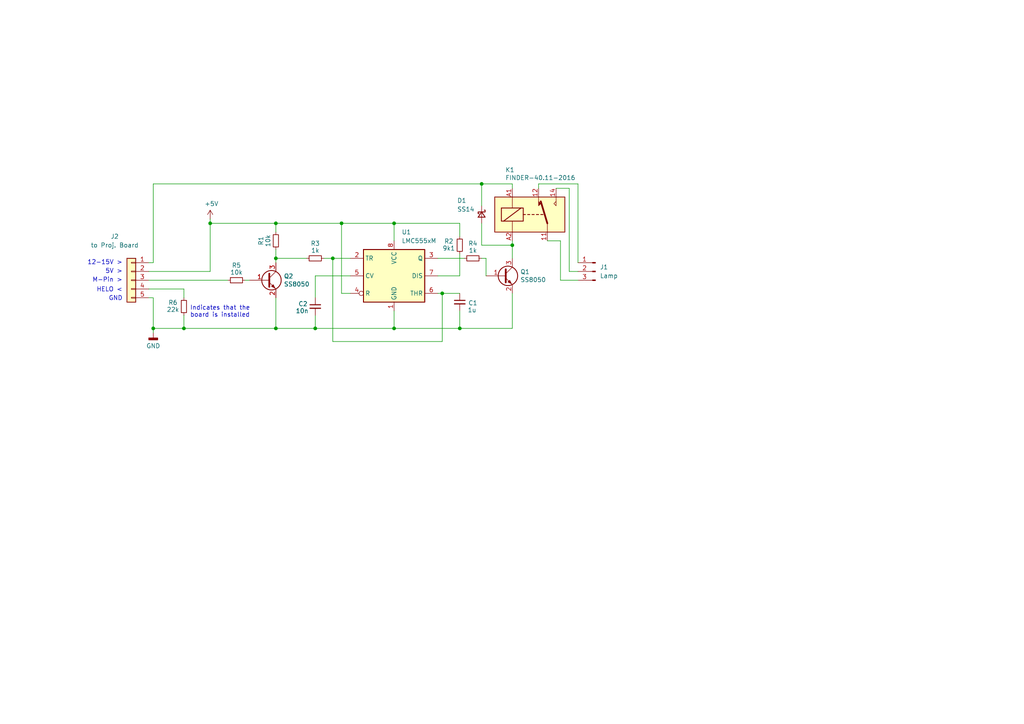
<source format=kicad_sch>
(kicad_sch (version 20231120) (generator "eeschema") (generator_version "8.0")
  (paper "A4")
  (lib_symbols
    (symbol "Connector:Conn_01x03_Pin" (pin_names (offset 1.016) hide)
      (property "Reference" "J" (at 0 5.08 0))
      (property "Value" "Conn_01x03_Pin" (at 0 -5.08 0))
      (symbol "Conn_01x03_Pin_1_1"
        (polyline (pts (xy 1.27 -2.54) (xy 0.8636 -2.54)) (stroke (width 0.1524)))
        (polyline (pts (xy 1.27 0) (xy 0.8636 0)) (stroke (width 0.1524)))
        (polyline (pts (xy 1.27 2.54) (xy 0.8636 2.54)) (stroke (width 0.1524)))
        (rectangle (start 0.8636 -2.413) (end 0 -2.667) (stroke (width 0.1524)) (fill (type outline)))
        (rectangle (start 0.8636 0.127) (end 0 -0.127) (stroke (width 0.1524)) (fill (type outline)))
        (rectangle (start 0.8636 2.667) (end 0 2.413) (stroke (width 0.1524)) (fill (type outline)))
        (pin passive line (at 5.08 2.54 180) (length 3.81) (name "Pin_1") (number "1"))
        (pin passive line (at 5.08 0 180) (length 3.81) (name "Pin_2") (number "2"))
        (pin passive line (at 5.08 -2.54 180) (length 3.81) (name "Pin_3") (number "3"))
      )
    )
    (symbol "Connector_Generic:Conn_01x05" (pin_names (offset 1.016) hide)
      (property "Reference" "J" (at 0 7.62 0))
      (property "Value" "Conn_01x05" (at 0 -7.62 0))
      (symbol "Conn_01x05_1_1"
        (rectangle (start -1.27 -4.953) (end 0 -5.207) (stroke (width 0.1524)))
        (rectangle (start -1.27 -2.413) (end 0 -2.667) (stroke (width 0.1524)))
        (rectangle (start -1.27 0.127) (end 0 -0.127) (stroke (width 0.1524)))
        (rectangle (start -1.27 2.667) (end 0 2.413) (stroke (width 0.1524)))
        (rectangle (start -1.27 5.207) (end 0 4.953) (stroke (width 0.1524)))
        (rectangle (start -1.27 6.35) (end 1.27 -6.35) (stroke (width 0.254)) (fill (type background)))
        (pin passive line (at -5.08 5.08 0) (length 3.81) (name "Pin_1") (number "1"))
        (pin passive line (at -5.08 2.54 0) (length 3.81) (name "Pin_2") (number "2"))
        (pin passive line (at -5.08 0 0) (length 3.81) (name "Pin_3") (number "3"))
        (pin passive line (at -5.08 -2.54 0) (length 3.81) (name "Pin_4") (number "4"))
        (pin passive line (at -5.08 -5.08 0) (length 3.81) (name "Pin_5") (number "5"))
      )
    )
    (symbol "Device:C_Small" (pin_numbers hide) (pin_names (offset 0.254) hide)
      (property "Reference" "C" (at 0.254 1.778 0))
      (property "Value" "C_Small" (at 0.254 -2.032 0))
      (symbol "C_Small_0_1"
        (polyline (pts (xy -1.524 -0.508) (xy 1.524 -0.508)) (stroke (width 0.3302)))
        (polyline (pts (xy -1.524 0.508) (xy 1.524 0.508)) (stroke (width 0.3048)))
      )
      (symbol "C_Small_1_1"
        (pin passive line (at 0 2.54 270) (length 2.032) (name "~") (number "1"))
        (pin passive line (at 0 -2.54 90) (length 2.032) (name "~") (number "2"))
      )
    )
    (symbol "Device:D_Schottky_Small" (pin_numbers hide) (pin_names (offset 0.254) hide)
      (property "Reference" "D" (at -1.27 2.032 0))
      (property "Value" "D_Schottky_Small" (at -7.112 -2.032 0))
      (symbol "D_Schottky_Small_0_1"
        (polyline (pts (xy -0.762 0) (xy 0.762 0)))
        (polyline (pts (xy 0.762 -1.016) (xy -0.762 0) (xy 0.762 1.016) (xy 0.762 -1.016)) (stroke (width 0.254)))
        (polyline (pts (xy -1.27 0.762) (xy -1.27 1.016) (xy -0.762 1.016) (xy -0.762 -1.016) (xy -0.254 -1.016) (xy -0.254 -0.762)) (stroke (width 0.254)))
      )
      (symbol "D_Schottky_Small_1_1"
        (pin passive line (at -2.54 0 0) (length 1.778) (name "K") (number "1"))
        (pin passive line (at 2.54 0 180) (length 1.778) (name "A") (number "2"))
      )
    )
    (symbol "Device:R_Small" (pin_numbers hide) (pin_names (offset 0.254) hide)
      (property "Reference" "R" (at 0.762 0.508 0))
      (property "Value" "R_Small" (at 0.762 -1.016 0))
      (symbol "R_Small_0_1"
        (rectangle (start -0.762 1.778) (end 0.762 -1.778) (stroke (width 0.2032)))
      )
      (symbol "R_Small_1_1"
        (pin passive line (at 0 2.54 270) (length 0.762) (name "~") (number "1"))
        (pin passive line (at 0 -2.54 90) (length 0.762) (name "~") (number "2"))
      )
    )
    (symbol "Relay:FINDER-40.11-2016"
      (property "Reference" "K" (at 11.43 3.81 0))
      (property "Value" "FINDER-40.11-2016" (at 11.43 1.27 0))
      (symbol "FINDER-40.11-2016_0_0"
        (polyline (pts (xy 7.62 5.08) (xy 7.62 2.54) (xy 6.985 3.175) (xy 7.62 3.81)))
      )
      (symbol "FINDER-40.11-2016_0_1"
        (rectangle (start -10.16 5.08) (end 10.16 -5.08) (stroke (width 0.254)) (fill (type background)))
        (rectangle (start -8.255 1.905) (end -1.905 -1.905) (stroke (width 0.254)))
        (polyline (pts (xy -7.62 -1.905) (xy -2.54 1.905)) (stroke (width 0.254)))
        (polyline (pts (xy -5.08 -5.08) (xy -5.08 -1.905)))
        (polyline (pts (xy -5.08 5.08) (xy -5.08 1.905)))
        (polyline (pts (xy -1.905 0) (xy -1.27 0)) (stroke (width 0.254)))
        (polyline (pts (xy -0.635 0) (xy 0 0)) (stroke (width 0.254)))
        (polyline (pts (xy 0.635 0) (xy 1.27 0)) (stroke (width 0.254)))
        (polyline (pts (xy 1.905 0) (xy 2.54 0)) (stroke (width 0.254)))
        (polyline (pts (xy 3.175 0) (xy 3.81 0)) (stroke (width 0.254)))
        (polyline (pts (xy 5.08 -2.54) (xy 3.175 3.81)) (stroke (width 0.508)))
        (polyline (pts (xy 5.08 -2.54) (xy 5.08 -5.08)))
        (polyline (pts (xy 2.54 5.08) (xy 2.54 2.54) (xy 3.175 3.175) (xy 2.54 3.81)) (fill (type outline)))
      )
      (symbol "FINDER-40.11-2016_1_1"
        (pin passive line (at 5.08 -7.62 90) (length 2.54) (name "~") (number "11"))
        (pin passive line (at 2.54 7.62 270) (length 2.54) (name "~") (number "12"))
        (pin passive line (at 7.62 7.62 270) (length 2.54) (name "~") (number "14"))
        (pin passive line (at -5.08 7.62 270) (length 2.54) (name "~") (number "A1"))
        (pin passive line (at -5.08 -7.62 90) (length 2.54) (name "~") (number "A2"))
      )
    )
    (symbol "Timer:LMC555xM"
      (property "Reference" "U" (at -10.16 8.89 0))
      (property "Value" "LMC555xM" (at 2.54 8.89 0))
      (symbol "LMC555xM_0_0"
        (pin power_in line (at 0 -10.16 90) (length 2.54) (name "GND") (number "1"))
        (pin power_in line (at 0 10.16 270) (length 2.54) (name "VCC") (number "8"))
      )
      (symbol "LMC555xM_0_1"
        (rectangle (start -8.89 -7.62) (end 8.89 7.62) (stroke (width 0.254)) (fill (type background)))
        (rectangle (start -8.89 -7.62) (end 8.89 7.62) (stroke (width 0.254)) (fill (type background)))
      )
      (symbol "LMC555xM_1_1"
        (pin input line (at -12.7 5.08 0) (length 3.81) (name "TR") (number "2"))
        (pin output line (at 12.7 5.08 180) (length 3.81) (name "Q") (number "3"))
        (pin input inverted (at -12.7 -5.08 0) (length 3.81) (name "R") (number "4"))
        (pin input line (at -12.7 0 0) (length 3.81) (name "CV") (number "5"))
        (pin input line (at 12.7 -5.08 180) (length 3.81) (name "THR") (number "6"))
        (pin input line (at 12.7 0 180) (length 3.81) (name "DIS") (number "7"))
      )
    )
    (symbol "Transistor_BJT:BC847" (pin_names (offset 0) hide)
      (property "Reference" "Q" (at 5.08 1.905 0))
      (property "Value" "BC847" (at 5.08 0 0))
      (symbol "BC847_0_1"
        (polyline (pts (xy 0.635 0.635) (xy 2.54 2.54)))
        (polyline (pts (xy 0.635 -0.635) (xy 2.54 -2.54) (xy 2.54 -2.54)))
        (polyline (pts (xy 0.635 1.905) (xy 0.635 -1.905) (xy 0.635 -1.905)) (stroke (width 0.508)))
        (polyline (pts (xy 1.27 -1.778) (xy 1.778 -1.27) (xy 2.286 -2.286) (xy 1.27 -1.778) (xy 1.27 -1.778)) (fill (type outline)))
        (circle (center 1.27 0) (radius 2.8194) (stroke (width 0.254)))
      )
      (symbol "BC847_1_1"
        (pin input line (at -5.08 0 0) (length 5.715) (name "B") (number "1"))
        (pin passive line (at 2.54 -5.08 90) (length 2.54) (name "E") (number "2"))
        (pin passive line (at 2.54 5.08 270) (length 2.54) (name "C") (number "3"))
      )
    )
    (symbol "power:+5V" (power) (pin_numbers hide) (pin_names (offset 0) hide)
      (property "Value" "+5V" (at 0 3.556 0))
      (symbol "+5V_0_1"
        (polyline (pts (xy -0.762 1.27) (xy 0 2.54)))
        (polyline (pts (xy 0 0) (xy 0 2.54)))
        (polyline (pts (xy 0 2.54) (xy 0.762 1.27)))
      )
      (symbol "+5V_1_1"
        (pin power_in line (at 0 0 90) (length 0) (name "~") (number "1"))
      )
    )
    (symbol "power:GNDD" (power) (pin_numbers hide) (pin_names (offset 0) hide)
      (property "Value" "GNDD" (at 0 -3.175 0))
      (symbol "GNDD_0_1"
        (rectangle (start -1.27 -1.524) (end 1.27 -2.032) (stroke (width 0.254)) (fill (type outline)))
        (polyline (pts (xy 0 0) (xy 0 -1.524)))
      )
      (symbol "GNDD_1_1"
        (pin power_in line (at 0 0 270) (length 0) (name "~") (number "1"))
      )
    )
  )
  (junction (at 128.27 85.09))
  (junction (at 133.35 95.25))
  (junction (at 80.01 74.93))
  (junction (at 44.45 95.25))
  (junction (at 80.01 95.25))
  (junction (at 60.96 64.77))
  (junction (at 96.52 74.93))
  (junction (at 114.3 95.25))
  (junction (at 139.7 53.34))
  (junction (at 114.3 64.77))
  (junction (at 80.01 64.77))
  (junction (at 148.59 71.12))
  (junction (at 91.44 95.25))
  (junction (at 53.34 95.25))
  (junction (at 99.06 64.77))
  (wire (pts (xy 156.21 54.61) (xy 156.21 53.34)))
  (wire (pts (xy 43.18 78.74) (xy 60.96 78.74)))
  (wire (pts (xy 128.27 99.06) (xy 96.52 99.06)))
  (wire (pts (xy 114.3 90.17) (xy 114.3 95.25)))
  (wire (pts (xy 162.56 81.28) (xy 167.64 81.28)))
  (wire (pts (xy 127 74.93) (xy 134.62 74.93)))
  (wire (pts (xy 80.01 74.93) (xy 80.01 76.2)))
  (wire (pts (xy 80.01 64.77) (xy 99.06 64.77)))
  (wire (pts (xy 44.45 96.52) (xy 44.45 95.25)))
  (wire (pts (xy 127 80.01) (xy 133.35 80.01)))
  (wire (pts (xy 44.45 76.2) (xy 44.45 53.34)))
  (wire (pts (xy 133.35 95.25) (xy 148.59 95.25)))
  (wire (pts (xy 127 85.09) (xy 128.27 85.09)))
  (wire (pts (xy 165.1 54.61) (xy 165.1 78.74)))
  (wire (pts (xy 114.3 69.85) (xy 114.3 64.77)))
  (wire (pts (xy 43.18 81.28) (xy 66.04 81.28)))
  (wire (pts (xy 43.18 86.36) (xy 44.45 86.36)))
  (wire (pts (xy 165.1 78.74) (xy 167.64 78.74)))
  (wire (pts (xy 44.45 53.34) (xy 139.7 53.34)))
  (wire (pts (xy 114.3 95.25) (xy 133.35 95.25)))
  (wire (pts (xy 162.56 69.85) (xy 158.75 69.85)))
  (wire (pts (xy 148.59 71.12) (xy 148.59 69.85)))
  (wire (pts (xy 140.97 74.93) (xy 140.97 80.01)))
  (wire (pts (xy 80.01 74.93) (xy 88.9 74.93)))
  (wire (pts (xy 80.01 95.25) (xy 80.01 86.36)))
  (wire (pts (xy 99.06 85.09) (xy 99.06 64.77)))
  (wire (pts (xy 93.98 74.93) (xy 96.52 74.93)))
  (wire (pts (xy 139.7 53.34) (xy 148.59 53.34)))
  (wire (pts (xy 80.01 95.25) (xy 91.44 95.25)))
  (wire (pts (xy 80.01 72.39) (xy 80.01 74.93)))
  (wire (pts (xy 44.45 95.25) (xy 53.34 95.25)))
  (wire (pts (xy 91.44 91.44) (xy 91.44 95.25)))
  (wire (pts (xy 96.52 99.06) (xy 96.52 74.93)))
  (wire (pts (xy 101.6 80.01) (xy 91.44 80.01)))
  (wire (pts (xy 53.34 83.82) (xy 53.34 86.36)))
  (wire (pts (xy 148.59 85.09) (xy 148.59 95.25)))
  (wire (pts (xy 53.34 95.25) (xy 80.01 95.25)))
  (wire (pts (xy 167.64 53.34) (xy 167.64 76.2)))
  (wire (pts (xy 72.39 81.28) (xy 71.12 81.28)))
  (wire (pts (xy 91.44 80.01) (xy 91.44 86.36)))
  (wire (pts (xy 133.35 90.17) (xy 133.35 95.25)))
  (wire (pts (xy 96.52 74.93) (xy 101.6 74.93)))
  (wire (pts (xy 101.6 85.09) (xy 99.06 85.09)))
  (wire (pts (xy 60.96 78.74) (xy 60.96 64.77)))
  (wire (pts (xy 53.34 91.44) (xy 53.34 95.25)))
  (wire (pts (xy 133.35 80.01) (xy 133.35 73.66)))
  (wire (pts (xy 80.01 64.77) (xy 80.01 67.31)))
  (wire (pts (xy 156.21 53.34) (xy 167.64 53.34)))
  (wire (pts (xy 139.7 71.12) (xy 148.59 71.12)))
  (wire (pts (xy 60.96 64.77) (xy 80.01 64.77)))
  (wire (pts (xy 91.44 95.25) (xy 114.3 95.25)))
  (wire (pts (xy 139.7 74.93) (xy 140.97 74.93)))
  (wire (pts (xy 60.96 63.5) (xy 60.96 64.77)))
  (wire (pts (xy 43.18 76.2) (xy 44.45 76.2)))
  (wire (pts (xy 114.3 64.77) (xy 99.06 64.77)))
  (wire (pts (xy 128.27 85.09) (xy 128.27 99.06)))
  (wire (pts (xy 162.56 69.85) (xy 162.56 81.28)))
  (wire (pts (xy 43.18 83.82) (xy 53.34 83.82)))
  (wire (pts (xy 133.35 64.77) (xy 114.3 64.77)))
  (wire (pts (xy 44.45 86.36) (xy 44.45 95.25)))
  (wire (pts (xy 139.7 64.77) (xy 139.7 71.12)))
  (wire (pts (xy 161.29 54.61) (xy 165.1 54.61)))
  (wire (pts (xy 148.59 74.93) (xy 148.59 71.12)))
  (wire (pts (xy 139.7 59.69) (xy 139.7 53.34)))
  (wire (pts (xy 133.35 68.58) (xy 133.35 64.77)))
  (wire (pts (xy 128.27 85.09) (xy 133.35 85.09)))
  (wire (pts (xy 148.59 53.34) (xy 148.59 54.61)))
  (text "12-15V >" (at 35.56 76.2 0) (effects (font (size 1.27 1.27)) (justify right)))
  (text "5V >" (at 35.56 78.74 0) (effects (font (size 1.27 1.27)) (justify right)))
  (text "M-Pin >" (at 35.56 81.28 0) (effects (font (size 1.27 1.27)) (justify right)))
  (text "Indicates that the \nboard is installed" (at 55.118 90.424 0) (effects (font (size 1.27 1.27)) (justify left)))
  (text "HELO <" (at 35.56 84.074 0) (effects (font (size 1.27 1.27)) (justify right)))
  (text "GND" (at 31.496 86.614 0) (effects (font (size 1.27 1.27)) (justify left)))
  (symbol (lib_id "Device:C_Small") (at 91.44 88.9 0) (unit 1)
    (property "Reference" "C2" (at 87.884 88.138 0))
    (property "Value" "10n" (at 87.63 90.17 0))
    (property "Footprint" "Capacitor_SMD:C_0603_1608Metric" (effects (hide yes)))
  )
  (symbol (lib_id "Device:C_Small") (at 133.35 87.63 0) (unit 1)
    (property "Reference" "C1" (at 137.16 87.884 0))
    (property "Value" "1u" (at 136.906 89.916 0))
    (property "Footprint" "Capacitor_SMD:C_0603_1608Metric" (effects (hide yes)))
  )
  (symbol (lib_id "Device:R_Small") (at 80.01 69.85 180) (unit 1)
    (property "Reference" "R1" (at 75.692 69.85 90))
    (property "Value" "10k" (at 77.724 69.85 90))
    (property "Footprint" "Resistor_SMD:R_0603_1608Metric" (effects (hide yes)))
  )
  (symbol (lib_id "power:GNDD") (at 44.45 96.52 0) (unit 1)
    (property "Reference" "#PWR07" (effects (hide yes)))
    (property "Value" "GND" (at 44.45 100.33 0))
    (property "Description" "Power symbol creates a global label with name \"GNDD\" , digital ground" (effects (hide yes)))
  )
  (symbol (lib_id "Device:R_Small") (at 137.16 74.93 90) (unit 1)
    (property "Reference" "R4" (at 137.16 70.612 90))
    (property "Value" "1k" (at 137.16 72.644 90))
    (property "Footprint" "Resistor_SMD:R_0603_1608Metric" (effects (hide yes)))
  )
  (symbol (lib_id "Transistor_BJT:BC847") (at 77.47 81.28 0) (unit 1)
    (property "Reference" "Q2" (at 82.3214 80.1116 0) (effects (justify left)))
    (property "Value" "SS8050" (at 82.3214 82.423 0) (effects (justify left)))
    (property "Footprint" "Package_TO_SOT_SMD:SOT-23" (effects (hide yes)))
    (property "Datasheet" "https://www.mouser.de/datasheet/2/308/BC846ALT1-D-1293035.pdf" (effects (hide yes)))
  )
  (symbol (lib_id "Timer:LMC555xM") (at 114.3 80.01 0) (unit 1)
    (property "Reference" "U1" (at 116.4941 67.31 0) (effects (justify left)))
    (property "Value" "LMC555xM" (at 116.4941 69.85 0) (effects (justify left)))
    (property "Footprint" "Package_SO:SOIC-8_3.9x4.9mm_P1.27mm" (effects (hide yes)))
    (property "Datasheet" "http://www.ti.com/lit/ds/symlink/lmc555.pdf" (effects (hide yes)))
    (property "Description" "CMOS Timer, 555 compatible, SOIC-8" (effects (hide yes)))
  )
  (symbol (lib_id "Connector:Conn_01x03_Pin") (at 172.72 78.74 0) (mirror y) (unit 1)
    (property "Reference" "J1" (at 173.99 77.4699 0) (effects (justify right)))
    (property "Value" "Lamp" (at 173.99 80.0099 0) (effects (justify right)))
    (property "Description" "Generic connector, single row, 01x03, script generated" (effects (hide yes)))
  )
  (symbol (lib_id "Relay:FINDER-40.11-2016") (at 153.67 62.23 0) (unit 1)
    (property "Reference" "K1" (at 146.558 49.276 0) (effects (justify left)))
    (property "Value" "FINDER-40.11-2016" (at 146.558 51.562 0) (effects (justify left)))
    (property "Footprint" "Relay_THT:Relay_SPDT_Finder_40.11" (effects (hide yes)))
    (property "Datasheet" "https://www.finder-relais.net/de/finder-relais-serie-40.pdf" (effects (hide yes)))
    (property "Description" "PCB SPDT relay, 16A" (effects (hide yes)))
  )
  (symbol (lib_id "Device:D_Schottky_Small") (at 139.7 62.23 270) (unit 1)
    (property "Reference" "D1" (at 132.588 58.166 90) (effects (justify left)))
    (property "Value" "SS14" (at 132.588 60.706 90) (effects (justify left)))
    (property "Description" "Schottky diode, small symbol" (effects (hide yes)))
  )
  (symbol (lib_id "Device:R_Small") (at 91.44 74.93 90) (unit 1)
    (property "Reference" "R3" (at 91.44 70.612 90))
    (property "Value" "1k" (at 91.44 72.644 90))
    (property "Footprint" "Resistor_SMD:R_0603_1608Metric" (effects (hide yes)))
  )
  (symbol (lib_id "Device:R_Small") (at 133.35 71.12 180) (unit 1)
    (property "Reference" "R2" (at 130.175 69.977 0))
    (property "Value" "9k1" (at 130.175 72.009 0))
    (property "Footprint" "Resistor_SMD:R_0603_1608Metric" (effects (hide yes)))
  )
  (symbol (lib_id "Transistor_BJT:BC847") (at 146.05 80.01 0) (unit 1)
    (property "Reference" "Q1" (at 150.9014 78.8416 0) (effects (justify left)))
    (property "Value" "SS8050" (at 150.9014 81.153 0) (effects (justify left)))
    (property "Footprint" "Package_TO_SOT_SMD:SOT-23" (effects (hide yes)))
    (property "Datasheet" "https://www.mouser.de/datasheet/2/308/BC846ALT1-D-1293035.pdf" (effects (hide yes)))
  )
  (symbol (lib_id "Device:R_Small") (at 68.58 81.28 90) (unit 1)
    (property "Reference" "R5" (at 68.58 76.962 90))
    (property "Value" "10k" (at 68.58 78.994 90))
    (property "Footprint" "Resistor_SMD:R_0603_1608Metric" (effects (hide yes)))
  )
  (symbol (lib_id "Device:R_Small") (at 53.34 88.9 180) (unit 1)
    (property "Reference" "R6" (at 50.165 87.757 0))
    (property "Value" "22k" (at 50.165 89.789 0))
    (property "Footprint" "Resistor_SMD:R_0603_1608Metric" (effects (hide yes)))
  )
  (symbol (lib_id "Connector_Generic:Conn_01x05") (at 38.1 81.28 0) (mirror y) (unit 1)
    (property "Reference" "J2" (at 33.274 68.58 0))
    (property "Value" "to Proj. Board" (at 33.274 71.12 0))
    (property "Description" "Generic connector, single row, 01x05, script generated (kicad-library-utils/schlib/autogen/connector/)" (effects (hide yes)))
  )
  (symbol (lib_id "power:+5V") (at 60.96 63.5 0) (unit 1)
    (property "Reference" "#PWR01" (effects (hide yes)))
    (property "Value" "+5V" (at 61.341 59.1058 0))
    (property "Description" "Power symbol creates a global label with name \"+5V\"" (effects (hide yes)))
  )
)
</source>
